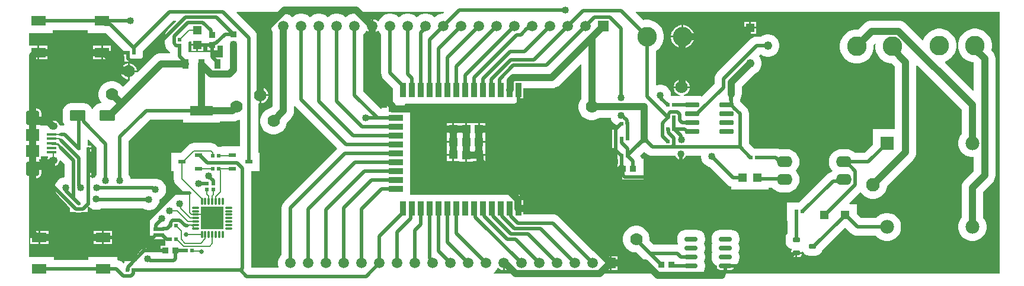
<source format=gtl>
G04*
G04 #@! TF.GenerationSoftware,Altium Limited,Altium Designer,23.9.2 (47)*
G04*
G04 Layer_Physical_Order=1*
G04 Layer_Color=255*
%FSLAX44Y44*%
%MOMM*%
G71*
G04*
G04 #@! TF.SameCoordinates,96740390-7EB4-44B9-9E62-99E587B0A754*
G04*
G04*
G04 #@! TF.FilePolarity,Positive*
G04*
G01*
G75*
%ADD17C,0.2540*%
%ADD20R,0.4800X0.4000*%
%ADD21R,1.2000X1.2000*%
%ADD22R,0.5500X0.6000*%
%ADD23R,0.6000X0.5500*%
%ADD24R,0.9500X0.9500*%
G04:AMPARAMS|DCode=25|XSize=1.01mm|YSize=0.27mm|CornerRadius=0.0675mm|HoleSize=0mm|Usage=FLASHONLY|Rotation=270.000|XOffset=0mm|YOffset=0mm|HoleType=Round|Shape=RoundedRectangle|*
%AMROUNDEDRECTD25*
21,1,1.0100,0.1350,0,0,270.0*
21,1,0.8750,0.2700,0,0,270.0*
1,1,0.1350,-0.0675,-0.4375*
1,1,0.1350,-0.0675,0.4375*
1,1,0.1350,0.0675,0.4375*
1,1,0.1350,0.0675,-0.4375*
%
%ADD25ROUNDEDRECTD25*%
G04:AMPARAMS|DCode=26|XSize=1.01mm|YSize=0.27mm|CornerRadius=0.0675mm|HoleSize=0mm|Usage=FLASHONLY|Rotation=180.000|XOffset=0mm|YOffset=0mm|HoleType=Round|Shape=RoundedRectangle|*
%AMROUNDEDRECTD26*
21,1,1.0100,0.1350,0,0,180.0*
21,1,0.8750,0.2700,0,0,180.0*
1,1,0.1350,-0.4375,0.0675*
1,1,0.1350,0.4375,0.0675*
1,1,0.1350,0.4375,-0.0675*
1,1,0.1350,-0.4375,-0.0675*
%
%ADD26ROUNDEDRECTD26*%
G04:AMPARAMS|DCode=27|XSize=1.97mm|YSize=0.6mm|CornerRadius=0.075mm|HoleSize=0mm|Usage=FLASHONLY|Rotation=0.000|XOffset=0mm|YOffset=0mm|HoleType=Round|Shape=RoundedRectangle|*
%AMROUNDEDRECTD27*
21,1,1.9700,0.4500,0,0,0.0*
21,1,1.8200,0.6000,0,0,0.0*
1,1,0.1500,0.9100,-0.2250*
1,1,0.1500,-0.9100,-0.2250*
1,1,0.1500,-0.9100,0.2250*
1,1,0.1500,0.9100,0.2250*
%
%ADD27ROUNDEDRECTD27*%
%ADD28R,1.3000X1.1500*%
%ADD29R,1.0000X0.6000*%
%ADD30R,1.3500X0.4000*%
G04:AMPARAMS|DCode=31|XSize=2.1mm|YSize=1.9mm|CornerRadius=0.38mm|HoleSize=0mm|Usage=FLASHONLY|Rotation=270.000|XOffset=0mm|YOffset=0mm|HoleType=Round|Shape=RoundedRectangle|*
%AMROUNDEDRECTD31*
21,1,2.1000,1.1400,0,0,270.0*
21,1,1.3400,1.9000,0,0,270.0*
1,1,0.7600,-0.5700,-0.6700*
1,1,0.7600,-0.5700,0.6700*
1,1,0.7600,0.5700,0.6700*
1,1,0.7600,0.5700,-0.6700*
%
%ADD31ROUNDEDRECTD31*%
%ADD32R,1.9000X1.8000*%
G04:AMPARAMS|DCode=33|XSize=1.05mm|YSize=1.25mm|CornerRadius=0.525mm|HoleSize=0mm|Usage=FLASHONLY|Rotation=90.000|XOffset=0mm|YOffset=0mm|HoleType=Round|Shape=RoundedRectangle|*
%AMROUNDEDRECTD33*
21,1,1.0500,0.2000,0,0,90.0*
21,1,0.0000,1.2500,0,0,90.0*
1,1,1.0500,0.1000,0.0000*
1,1,1.0500,0.1000,0.0000*
1,1,1.0500,-0.1000,0.0000*
1,1,1.0500,-0.1000,0.0000*
%
%ADD33ROUNDEDRECTD33*%
%ADD34R,2.1000X1.4000*%
%ADD35R,3.2500X1.3500*%
%ADD36R,0.9000X1.3500*%
%ADD37R,1.3000X1.3000*%
%ADD38R,1.3000X1.3000*%
%ADD39R,0.9000X2.0000*%
%ADD40R,2.0000X0.9000*%
%ADD41R,0.9500X0.9500*%
G04:AMPARAMS|DCode=42|XSize=1.9mm|YSize=0.6mm|CornerRadius=0.15mm|HoleSize=0mm|Usage=FLASHONLY|Rotation=0.000|XOffset=0mm|YOffset=0mm|HoleType=Round|Shape=RoundedRectangle|*
%AMROUNDEDRECTD42*
21,1,1.9000,0.3000,0,0,0.0*
21,1,1.6000,0.6000,0,0,0.0*
1,1,0.3000,0.8000,-0.1500*
1,1,0.3000,-0.8000,-0.1500*
1,1,0.3000,-0.8000,0.1500*
1,1,0.3000,0.8000,0.1500*
%
%ADD42ROUNDEDRECTD42*%
%ADD43O,2.2500X1.6000*%
G04:AMPARAMS|DCode=44|XSize=2.2mm|YSize=1.5mm|CornerRadius=0.1875mm|HoleSize=0mm|Usage=FLASHONLY|Rotation=0.000|XOffset=0mm|YOffset=0mm|HoleType=Round|Shape=RoundedRectangle|*
%AMROUNDEDRECTD44*
21,1,2.2000,1.1250,0,0,0.0*
21,1,1.8250,1.5000,0,0,0.0*
1,1,0.3750,0.9125,-0.5625*
1,1,0.3750,-0.9125,-0.5625*
1,1,0.3750,-0.9125,0.5625*
1,1,0.3750,0.9125,0.5625*
%
%ADD44ROUNDEDRECTD44*%
G04:AMPARAMS|DCode=45|XSize=0.6mm|YSize=1mm|CornerRadius=0.075mm|HoleSize=0mm|Usage=FLASHONLY|Rotation=270.000|XOffset=0mm|YOffset=0mm|HoleType=Round|Shape=RoundedRectangle|*
%AMROUNDEDRECTD45*
21,1,0.6000,0.8500,0,0,270.0*
21,1,0.4500,1.0000,0,0,270.0*
1,1,0.1500,-0.4250,-0.2250*
1,1,0.1500,-0.4250,0.2250*
1,1,0.1500,0.4250,0.2250*
1,1,0.1500,0.4250,-0.2250*
%
%ADD45ROUNDEDRECTD45*%
%ADD46R,1.2000X1.2000*%
%ADD83R,3.2500X3.2500*%
%ADD84C,0.2032*%
%ADD85C,0.5080*%
%ADD86C,1.0160*%
%ADD87C,1.5000*%
%ADD88R,1.5000X1.5000*%
%ADD89C,2.7940*%
%ADD90R,1.2220X1.2220*%
%ADD91C,1.2220*%
%ADD92R,1.9800X1.9800*%
%ADD93C,1.9350*%
%ADD94C,1.9800*%
%ADD95C,1.0160*%
%ADD96C,1.7780*%
%ADD97C,0.6350*%
G36*
X603548Y384173D02*
X602160Y382785D01*
X600876D01*
X597464Y382106D01*
X594250Y380775D01*
X591357Y378842D01*
X589915Y377400D01*
X588473Y378842D01*
X585580Y380775D01*
X582366Y382106D01*
X578954Y382785D01*
X575476D01*
X572064Y382106D01*
X568850Y380775D01*
X565957Y378842D01*
X564515Y377400D01*
X563073Y378842D01*
X560180Y380775D01*
X556966Y382106D01*
X553554Y382785D01*
X550076D01*
X546664Y382106D01*
X543450Y380775D01*
X540557Y378842D01*
X539115Y377400D01*
X537673Y378842D01*
X534780Y380775D01*
X531566Y382106D01*
X528154Y382785D01*
X524676D01*
X521264Y382106D01*
X518050Y380775D01*
X515157Y378842D01*
X512698Y376383D01*
X510765Y373490D01*
X510086Y371852D01*
X508646Y371693D01*
X507180Y373159D01*
X504890Y374481D01*
X502337Y375165D01*
X502285D01*
Y365125D01*
Y355085D01*
X502337D01*
X504890Y355769D01*
X507180Y357091D01*
X508646Y358557D01*
X510086Y358398D01*
X510765Y356760D01*
X512698Y353867D01*
X513605Y352960D01*
Y298027D01*
X514042Y294711D01*
X515322Y291622D01*
X517357Y288969D01*
X530254Y276072D01*
Y253868D01*
X529253Y253218D01*
X522374D01*
Y248138D01*
X514754D01*
Y246346D01*
X513484Y246312D01*
X488425Y271371D01*
Y352960D01*
X489332Y353867D01*
X491265Y356760D01*
X491944Y358398D01*
X493384Y358557D01*
X494850Y357091D01*
X497140Y355769D01*
X499693Y355085D01*
X499745D01*
Y365125D01*
Y375165D01*
X499693D01*
X497140Y374481D01*
X494850Y373159D01*
X493384Y371693D01*
X491944Y371852D01*
X491265Y373490D01*
X489332Y376383D01*
X486873Y378842D01*
X483980Y380775D01*
X480766Y382106D01*
X477354Y382785D01*
X473876D01*
X470464Y382106D01*
X467250Y380775D01*
X464357Y378842D01*
X462915Y377400D01*
X461473Y378842D01*
X458580Y380775D01*
X455366Y382106D01*
X451954Y382785D01*
X448476D01*
X445064Y382106D01*
X441850Y380775D01*
X438957Y378842D01*
X437515Y377400D01*
X436073Y378842D01*
X433180Y380775D01*
X429966Y382106D01*
X426554Y382785D01*
X423076D01*
X419664Y382106D01*
X416450Y380775D01*
X413557Y378842D01*
X412115Y377400D01*
X410673Y378842D01*
X407780Y380775D01*
X404566Y382106D01*
X401154Y382785D01*
X397676D01*
X394264Y382106D01*
X391050Y380775D01*
X388157Y378842D01*
X386715Y377400D01*
X385273Y378842D01*
X382380Y380775D01*
X379166Y382106D01*
X375754Y382785D01*
X372276D01*
X368864Y382106D01*
X365650Y380775D01*
X362757Y378842D01*
X360298Y376383D01*
X358365Y373490D01*
X357034Y370276D01*
X356355Y366864D01*
Y363386D01*
X357034Y359974D01*
X358365Y356760D01*
X358701Y356256D01*
Y250236D01*
X356399Y247933D01*
X354488Y247553D01*
X351021Y246117D01*
X347901Y244032D01*
X345248Y241379D01*
X343163Y238259D01*
X341727Y234792D01*
X340995Y231111D01*
Y227359D01*
X341727Y223678D01*
X343163Y220211D01*
X345248Y217091D01*
X347901Y214438D01*
X351021Y212353D01*
X354488Y210917D01*
X358169Y210185D01*
X361921D01*
X365602Y210917D01*
X369069Y212353D01*
X372189Y214438D01*
X374842Y217091D01*
X376927Y220211D01*
X378363Y223678D01*
X379084Y227305D01*
X384843Y233064D01*
X384843Y233064D01*
X386748Y235385D01*
X388163Y238032D01*
X389035Y240905D01*
X389329Y243892D01*
Y250074D01*
X390599Y250416D01*
X451149Y189865D01*
X375117Y113833D01*
X373082Y111180D01*
X371802Y108090D01*
X371365Y104775D01*
Y38200D01*
X370458Y37293D01*
X368525Y34400D01*
X367194Y31186D01*
X366515Y27774D01*
Y24296D01*
X367158Y21065D01*
X366878Y20357D01*
X366502Y19795D01*
X328405D01*
Y157655D01*
X340215D01*
Y183975D01*
X337865D01*
Y254028D01*
X338872Y254801D01*
X339490Y254635D01*
X339725D01*
Y266065D01*
Y277495D01*
X339490D01*
X338872Y277329D01*
X337865Y278102D01*
Y347849D01*
X337428Y351165D01*
X336148Y354254D01*
X334113Y356907D01*
X306847Y384173D01*
X307333Y385346D01*
X603061D01*
X603548Y384173D01*
D02*
G37*
G36*
X1397536Y342265D02*
Y76835D01*
Y10894D01*
X1006513D01*
X1006413Y10757D01*
X1006139Y10334D01*
X1005897Y9899D01*
X1005686Y9452D01*
X1005506Y8994D01*
X1005358Y8524D01*
X1005241Y8043D01*
X1005156Y7550D01*
X1001812Y10894D01*
X972842D01*
X972433Y12096D01*
X972841Y12409D01*
X974710Y14845D01*
X975885Y17681D01*
X976286Y20725D01*
Y23725D01*
X975885Y26769D01*
X975137Y28575D01*
X975885Y30381D01*
X976286Y33425D01*
Y36425D01*
X975885Y39469D01*
X975137Y41275D01*
X975885Y43081D01*
X976286Y46125D01*
Y49125D01*
X975885Y52169D01*
X975137Y53975D01*
X975885Y55781D01*
X976286Y58825D01*
Y61825D01*
X975885Y64869D01*
X974710Y67705D01*
X972841Y70141D01*
X970405Y72010D01*
X967569Y73185D01*
X964525Y73586D01*
X948525D01*
X945481Y73185D01*
X942645Y72010D01*
X940209Y70141D01*
X938340Y67705D01*
X937165Y64869D01*
X936764Y61825D01*
Y58825D01*
X937165Y55781D01*
X937913Y53975D01*
X937391Y52714D01*
X936625Y52815D01*
X902931D01*
X897255Y58491D01*
Y62201D01*
X896523Y65882D01*
X895087Y69349D01*
X893002Y72469D01*
X890349Y75122D01*
X887229Y77207D01*
X883762Y78643D01*
X880081Y79375D01*
X876329D01*
X872648Y78643D01*
X869181Y77207D01*
X866061Y75122D01*
X863408Y72469D01*
X861323Y69349D01*
X859887Y65882D01*
X859155Y62201D01*
Y58449D01*
X859887Y54768D01*
X861323Y51301D01*
X863408Y48181D01*
X866061Y45528D01*
X869181Y43443D01*
X872648Y42007D01*
X876329Y41275D01*
X878240D01*
X888567Y30947D01*
X899225Y20289D01*
Y10894D01*
X827289D01*
X826920Y12109D01*
X827233Y12318D01*
X829692Y14777D01*
X830213Y15556D01*
X831335Y15995D01*
Y15995D01*
X831335Y15995D01*
X840105D01*
Y26035D01*
Y36075D01*
X831335D01*
X831335Y36075D01*
Y36075D01*
X830220Y36503D01*
X829692Y37293D01*
X827233Y39752D01*
X824340Y41685D01*
X821126Y43016D01*
X817714Y43695D01*
X816431D01*
X767700Y92426D01*
X765047Y94462D01*
X761957Y95741D01*
X758642Y96178D01*
X717054D01*
Y116568D01*
X711974D01*
Y124188D01*
X555074D01*
Y129918D01*
Y142618D01*
Y155318D01*
Y168018D01*
Y180718D01*
Y193418D01*
Y206118D01*
Y218818D01*
Y248138D01*
X547454D01*
Y253218D01*
X548455Y253868D01*
X711974D01*
Y261488D01*
X717054D01*
Y276334D01*
X757738D01*
X760725Y276628D01*
X763598Y277500D01*
X766245Y278915D01*
X768566Y280819D01*
X798218Y310471D01*
X799391Y309985D01*
Y260926D01*
X797823Y258579D01*
X796387Y255112D01*
X795655Y251431D01*
Y247679D01*
X796387Y243998D01*
X797823Y240531D01*
X799908Y237411D01*
X802561Y234758D01*
X805681Y232673D01*
X809148Y231237D01*
X812829Y230505D01*
X816581D01*
X820262Y231237D01*
X823729Y232673D01*
X826076Y234241D01*
X841596D01*
X841961Y232410D01*
X843110Y229636D01*
X844777Y227140D01*
X846900Y225017D01*
X849396Y223349D01*
X851465Y222493D01*
Y220135D01*
X852345D01*
Y216745D01*
X843845D01*
Y190925D01*
X846965D01*
X848367Y189097D01*
X851277Y186187D01*
X851465Y184995D01*
X851465D01*
Y174415D01*
X852345D01*
Y167945D01*
X851465D01*
Y153365D01*
X858345D01*
Y145745D01*
X888165D01*
Y175565D01*
X885610D01*
X884348Y178610D01*
X883557Y179641D01*
X888744Y184828D01*
X890533Y184822D01*
X892217Y183137D01*
X894870Y181102D01*
X897960Y179822D01*
X901275Y179385D01*
X934526D01*
X934604Y179094D01*
X935608Y177356D01*
X937026Y175938D01*
X938764Y174934D01*
X940702Y174415D01*
X942708D01*
X944646Y174934D01*
X946384Y175938D01*
X947803Y177356D01*
X948806Y179094D01*
X948884Y179385D01*
X970915D01*
Y176934D01*
X971501Y173990D01*
X972650Y171216D01*
X974317Y168720D01*
X976440Y166597D01*
X978936Y164930D01*
X981710Y163781D01*
X982938Y163536D01*
X1007577Y138897D01*
X1010230Y136862D01*
X1013320Y135582D01*
X1014191Y135467D01*
Y131795D01*
X1067511D01*
Y133875D01*
X1072433D01*
X1073552Y132512D01*
X1076317Y130243D01*
X1079472Y128556D01*
X1082895Y127518D01*
X1086455Y127167D01*
X1092955D01*
X1096515Y127518D01*
X1099938Y128556D01*
X1103093Y130243D01*
X1105858Y132512D01*
X1108128Y135277D01*
X1109814Y138432D01*
X1110852Y141855D01*
X1111203Y145415D01*
X1110852Y148975D01*
X1109814Y152398D01*
X1108128Y155553D01*
X1106025Y158115D01*
X1108128Y160677D01*
X1109814Y163832D01*
X1110852Y167255D01*
X1111203Y170815D01*
X1110852Y174375D01*
X1109814Y177798D01*
X1108128Y180953D01*
X1105858Y183718D01*
X1103093Y185987D01*
X1099938Y187674D01*
X1096515Y188712D01*
X1092955Y189063D01*
X1086455D01*
X1082895Y188712D01*
X1082644Y188636D01*
X1080465Y189538D01*
X1077150Y189975D01*
X1063255D01*
Y190075D01*
X1046551D01*
X1039125Y197501D01*
Y239720D01*
X1038688Y243035D01*
X1037408Y246125D01*
X1035373Y248778D01*
X1027441Y256710D01*
X1027248Y256858D01*
X1026676Y257429D01*
X1026501Y257852D01*
X1026545Y259113D01*
X1026614Y259833D01*
X1027753Y261965D01*
X1028624Y264837D01*
X1028919Y267825D01*
Y278282D01*
X1047673Y297036D01*
X1048472Y297367D01*
X1051136Y299147D01*
X1053403Y301413D01*
X1055183Y304078D01*
X1056410Y307039D01*
X1057035Y310182D01*
Y313388D01*
X1056410Y316531D01*
X1055183Y319492D01*
X1053412Y322142D01*
X1055646Y324375D01*
X1056051D01*
X1058458Y322767D01*
X1061419Y321540D01*
X1064563Y320915D01*
X1067767D01*
X1070911Y321540D01*
X1073872Y322767D01*
X1076536Y324547D01*
X1078803Y326814D01*
X1080583Y329478D01*
X1081810Y332439D01*
X1082435Y335583D01*
Y338787D01*
X1081810Y341931D01*
X1080583Y344892D01*
X1078803Y347556D01*
X1076536Y349823D01*
X1073872Y351603D01*
X1070911Y352830D01*
X1067767Y353455D01*
X1064563D01*
X1061419Y352830D01*
X1058458Y351603D01*
X1056051Y349995D01*
X1050340D01*
X1050340Y349995D01*
X1047025Y349558D01*
X1043935Y348278D01*
X1041282Y346243D01*
X993499Y298459D01*
X991463Y295806D01*
X990183Y292717D01*
X989747Y289401D01*
Y282717D01*
X971298Y264268D01*
X969593Y264974D01*
X966745Y265349D01*
X948545D01*
X946390Y265065D01*
X946083Y265051D01*
X945980Y265152D01*
X946355Y266567D01*
X947387Y266844D01*
X949993Y268349D01*
X952121Y270477D01*
X953626Y273083D01*
X954405Y275990D01*
Y276225D01*
X931545D01*
Y275990D01*
X932324Y273083D01*
X933829Y270477D01*
X935957Y268349D01*
X938563Y266844D01*
X940686Y266275D01*
X940519Y265005D01*
X928440D01*
X927735Y265711D01*
Y267566D01*
X927149Y270510D01*
X926001Y273284D01*
X924333Y275780D01*
X922210Y277903D01*
X919714Y279571D01*
X916940Y280719D01*
X913996Y281305D01*
X910994D01*
X908050Y280719D01*
X907311Y280413D01*
X906255Y281119D01*
Y329423D01*
X908827Y331142D01*
X912188Y334503D01*
X914829Y338455D01*
X916648Y342846D01*
X917575Y347508D01*
Y352262D01*
X916648Y356923D01*
X914829Y361315D01*
X912188Y365267D01*
X908827Y368628D01*
X904875Y371269D01*
X900483Y373088D01*
X895822Y374015D01*
X891068D01*
X888034Y373411D01*
X877272Y384173D01*
X877758Y385346D01*
X1397536D01*
Y342265D01*
D02*
G37*
G36*
X242285Y339471D02*
X250825D01*
Y338201D01*
X252095D01*
Y329661D01*
X259365D01*
Y337515D01*
X265125D01*
Y330635D01*
X279705D01*
Y337515D01*
X287325D01*
X287581Y336351D01*
Y321362D01*
X287115Y320285D01*
X273035D01*
Y320285D01*
X271835Y320454D01*
Y327905D01*
X238335D01*
Y332085D01*
Y342463D01*
X238913Y343041D01*
X242285D01*
Y339471D01*
D02*
G37*
G36*
X220668Y371538D02*
X208537Y359407D01*
X206502Y356754D01*
X205222Y353665D01*
X204785Y350349D01*
Y340141D01*
X205222Y336825D01*
X206502Y333736D01*
X208537Y331083D01*
X211513Y328107D01*
X212202Y327579D01*
X211824Y326309D01*
X199605D01*
X196617Y326015D01*
X193745Y325143D01*
X191097Y323728D01*
X188776Y321824D01*
X165687Y298734D01*
X164939Y299085D01*
X154305D01*
Y288451D01*
X154656Y287703D01*
X145503Y278550D01*
X144239Y278675D01*
X143702Y279479D01*
X141049Y282132D01*
X137929Y284217D01*
X134462Y285653D01*
X130781Y286385D01*
X127029D01*
X123348Y285653D01*
X119881Y284217D01*
X116761Y282132D01*
X114108Y279479D01*
X112023Y276359D01*
X110587Y272892D01*
X109855Y269211D01*
Y265459D01*
X110587Y261778D01*
X112023Y258311D01*
X113642Y255889D01*
X112963Y254619D01*
X112840D01*
X109698Y254205D01*
X106771Y252992D01*
X104256Y251063D01*
X102327Y248549D01*
X101652Y246920D01*
X100278D01*
X99602Y248549D01*
X97674Y251063D01*
X95159Y252992D01*
X92232Y254205D01*
X89090Y254619D01*
X70840D01*
X67698Y254205D01*
X64771Y252992D01*
X62256Y251063D01*
X60327Y248549D01*
X59115Y245622D01*
X58701Y242480D01*
Y231230D01*
X59115Y228088D01*
X60327Y225161D01*
X61015Y224265D01*
X60389Y222995D01*
X56515D01*
X55361Y222843D01*
X53966Y223824D01*
X53965Y223839D01*
X53179Y225734D01*
X51931Y227361D01*
X50304Y228610D01*
X48409Y229394D01*
X46375Y229662D01*
X44375D01*
X42341Y229394D01*
X40446Y228610D01*
X38819Y227361D01*
X37571Y225734D01*
X36786Y223839D01*
X36638Y222715D01*
X27627D01*
X26948Y223985D01*
X27547Y224881D01*
X28039Y227355D01*
Y232785D01*
X15875D01*
Y234055D01*
X14605D01*
Y247219D01*
X10894D01*
Y317845D01*
X22445D01*
Y327385D01*
Y336925D01*
X10894D01*
Y355225D01*
X44375D01*
Y359575D01*
X94055D01*
Y355225D01*
X118343D01*
X119175Y355115D01*
X120869D01*
X146225Y329759D01*
Y321735D01*
X147105D01*
Y314115D01*
X173425D01*
Y329300D01*
X216837Y372711D01*
X220182D01*
X220668Y371538D01*
D02*
G37*
G36*
X1016999Y263935D02*
X1016820Y263458D01*
X1016662Y262805D01*
X1016525Y261973D01*
X1016314Y259779D01*
X1016155Y255160D01*
X1016145Y253266D01*
X1011065D01*
X1011055Y255160D01*
X1010548Y262805D01*
X1010390Y263458D01*
X1010211Y263935D01*
X1010011Y264235D01*
X1017199D01*
X1016999Y263935D01*
D02*
G37*
G36*
X54720Y208388D02*
X54523Y208536D01*
X54245Y208669D01*
X53886Y208786D01*
X53447Y208888D01*
X52926Y208974D01*
X51641Y209099D01*
X50033Y209161D01*
X49107Y209169D01*
Y211201D01*
X50033Y211209D01*
X52926Y211396D01*
X53447Y211482D01*
X53886Y211584D01*
X54245Y211701D01*
X54523Y211834D01*
X54720Y211982D01*
Y208388D01*
D02*
G37*
G36*
X54629Y204632D02*
X54803Y204501D01*
X54995Y204380D01*
X55207Y204269D01*
X55437Y204168D01*
X55686Y204077D01*
X55953Y203995D01*
X56544Y203862D01*
X56868Y203810D01*
X54000Y200942D01*
X53948Y201266D01*
X53815Y201857D01*
X53733Y202124D01*
X53642Y202373D01*
X53541Y202603D01*
X53430Y202815D01*
X53309Y203007D01*
X53177Y203181D01*
X53037Y203337D01*
X54473Y204773D01*
X54629Y204632D01*
D02*
G37*
G36*
X894785Y203485D02*
X894996Y203021D01*
X895346Y202446D01*
X895837Y201762D01*
X897240Y200061D01*
X900394Y196683D01*
X901726Y195336D01*
X898134Y191744D01*
X896787Y193076D01*
X891024Y198124D01*
X890449Y198474D01*
X889985Y198685D01*
X889635Y198754D01*
X889285Y198685D01*
X888821Y198474D01*
X888246Y198124D01*
X887562Y197633D01*
X885861Y196231D01*
X882483Y193076D01*
X881136Y191744D01*
X877544Y195336D01*
X878876Y196683D01*
X883924Y202446D01*
X884274Y203021D01*
X884485Y203485D01*
X884555Y203838D01*
X889635Y198758D01*
X894715Y203838D01*
X894785Y203485D01*
D02*
G37*
G36*
X230765Y227085D02*
X283585D01*
Y228681D01*
X301145D01*
X304133Y228976D01*
X307005Y229847D01*
X308236Y230505D01*
X308581D01*
X311264Y231039D01*
X312245Y230233D01*
Y193475D01*
X285895D01*
Y192615D01*
X280527D01*
X278300Y194842D01*
X275965Y196633D01*
X273246Y197759D01*
X270329Y198143D01*
X246192D01*
X243274Y197759D01*
X240556Y196633D01*
X238221Y194842D01*
X227354Y183975D01*
X213505D01*
Y157655D01*
X217393D01*
Y146555D01*
X217777Y143638D01*
X218903Y140919D01*
X220694Y138584D01*
X234080Y125198D01*
X233270Y124212D01*
X232644Y124630D01*
X229870Y125779D01*
X226926Y126365D01*
X223924D01*
X220980Y125779D01*
X218206Y124630D01*
X215710Y122963D01*
X213587Y120840D01*
X211919Y118344D01*
X211033Y116205D01*
X209954D01*
X207010Y115619D01*
X204236Y114471D01*
X201740Y112803D01*
X199617Y110680D01*
X197950Y108184D01*
X196801Y105410D01*
X196598Y104392D01*
X195580Y104189D01*
X192806Y103041D01*
X190310Y101373D01*
X188187Y99250D01*
X186520Y96754D01*
X185371Y93980D01*
X184982Y92028D01*
X182287Y89333D01*
X181184Y87895D01*
X178225D01*
Y61575D01*
X185845D01*
Y60695D01*
X205618D01*
X206299Y59425D01*
X205833Y58725D01*
X205065D01*
Y51105D01*
X198185D01*
Y42284D01*
X191358D01*
X189420Y44223D01*
X186924Y45890D01*
X184150Y47039D01*
X181206Y47625D01*
X178204D01*
X175260Y47039D01*
X172486Y45890D01*
X169990Y44223D01*
X167867Y42100D01*
X166199Y39604D01*
X165051Y36830D01*
X164465Y33886D01*
Y30884D01*
X164687Y29767D01*
X163882Y28785D01*
X146665D01*
Y26362D01*
X145492Y25876D01*
X144445Y26923D01*
X141792Y28958D01*
X138702Y30238D01*
X136865Y30480D01*
Y35025D01*
X95545D01*
Y30675D01*
X45865D01*
Y35025D01*
X10894D01*
Y147891D01*
X14605D01*
Y161055D01*
X15875D01*
Y162325D01*
X28039D01*
Y167755D01*
X27547Y170229D01*
X26146Y172326D01*
X24770Y173245D01*
X25156Y174515D01*
X27915D01*
Y178895D01*
X37245D01*
X37871Y177625D01*
X37571Y177234D01*
X36786Y175339D01*
X36685Y174575D01*
X45375D01*
Y173305D01*
X46645D01*
Y165483D01*
X48409Y165716D01*
X50304Y166500D01*
X51931Y167749D01*
X53179Y169376D01*
X53965Y171271D01*
X54184Y172938D01*
X55386Y173532D01*
X61235Y167683D01*
Y149199D01*
X58420Y148639D01*
X55646Y147491D01*
X53150Y145823D01*
X51027Y143700D01*
X49359Y141204D01*
X48211Y138430D01*
X47625Y135486D01*
Y132484D01*
X48211Y129540D01*
X49359Y126766D01*
X51027Y124270D01*
X51768Y123530D01*
X51772Y123520D01*
X53807Y120867D01*
X64987Y109687D01*
X69105Y105569D01*
Y98965D01*
X77835D01*
X78350Y98752D01*
X81665Y98315D01*
X84980Y98752D01*
X85495Y98965D01*
X94225D01*
Y106585D01*
X95868D01*
X96816Y105637D01*
X99312Y103969D01*
X102085Y102821D01*
X105030Y102235D01*
X108032D01*
X110976Y102821D01*
X113749Y103969D01*
X114715Y104614D01*
X173612D01*
X174729Y103868D01*
X177503Y102719D01*
X180447Y102133D01*
X183449D01*
X186394Y102719D01*
X189167Y103868D01*
X191663Y105536D01*
X193786Y107658D01*
X195454Y110154D01*
X196603Y112928D01*
X197188Y115872D01*
Y117457D01*
X198354Y117940D01*
X200850Y119607D01*
X202973Y121730D01*
X204641Y124226D01*
X205789Y127000D01*
X206375Y129944D01*
Y132946D01*
X205789Y135890D01*
X204641Y138664D01*
X202973Y141160D01*
X200850Y143283D01*
X198354Y144951D01*
X195580Y146099D01*
X192636Y146685D01*
X189634D01*
X189004Y146560D01*
X187220Y146795D01*
X155346D01*
X154989Y148590D01*
X153841Y151364D01*
X153145Y152405D01*
Y201069D01*
X183261Y231185D01*
X230765D01*
Y227085D01*
D02*
G37*
G36*
X107205Y191499D02*
Y152405D01*
X106510Y151364D01*
X105606Y149184D01*
X102870Y148639D01*
X101075Y147896D01*
X99805Y148745D01*
Y149225D01*
X94865D01*
Y151765D01*
X99805D01*
Y155035D01*
X94475D01*
Y176145D01*
X94225Y178041D01*
Y185325D01*
X99805D01*
Y188595D01*
X94865D01*
Y191135D01*
X99805D01*
Y194405D01*
X94475D01*
Y202571D01*
X95648Y203057D01*
X107205Y191499D01*
D02*
G37*
G36*
X690245Y15995D02*
X690297D01*
X692850Y16679D01*
X695140Y18001D01*
X696606Y19467D01*
X698046Y19308D01*
X698725Y17670D01*
X700658Y14777D01*
X703117Y12318D01*
X703430Y12109D01*
X703061Y10894D01*
X674889D01*
X674520Y12109D01*
X674833Y12318D01*
X677292Y14777D01*
X679225Y17670D01*
X679904Y19308D01*
X681344Y19467D01*
X682810Y18001D01*
X685100Y16679D01*
X687653Y15995D01*
X687705D01*
Y26035D01*
X690245D01*
Y15995D01*
D02*
G37*
%LPC*%
G36*
X342500Y277495D02*
X342265D01*
Y267335D01*
X352425D01*
Y267570D01*
X351646Y270477D01*
X350141Y273083D01*
X348013Y275211D01*
X345407Y276716D01*
X342500Y277495D01*
D02*
G37*
G36*
X352425Y264795D02*
X342265D01*
Y254635D01*
X342500D01*
X345407Y255414D01*
X348013Y256919D01*
X350141Y259047D01*
X351646Y261653D01*
X352425Y264560D01*
Y264795D01*
D02*
G37*
G36*
X1049415Y371235D02*
X1042035D01*
Y363855D01*
X1049415D01*
Y371235D01*
D02*
G37*
G36*
X1039495D02*
X1032115D01*
Y363855D01*
X1039495D01*
Y371235D01*
D02*
G37*
G36*
X1214755Y372819D02*
X1211767Y372524D01*
X1208895Y371653D01*
X1206247Y370238D01*
X1203926Y368334D01*
X1203926Y368333D01*
X1195622Y360029D01*
X1195542Y360045D01*
X1190788D01*
X1186126Y359118D01*
X1181735Y357299D01*
X1177783Y354658D01*
X1174422Y351297D01*
X1171781Y347345D01*
X1169962Y342953D01*
X1169035Y338292D01*
Y333538D01*
X1169962Y328876D01*
X1171781Y324485D01*
X1174422Y320533D01*
X1177783Y317172D01*
X1181735Y314531D01*
X1186126Y312712D01*
X1190788Y311785D01*
X1195542D01*
X1200203Y312712D01*
X1204595Y314531D01*
X1208547Y317172D01*
X1211908Y320533D01*
X1214549Y324485D01*
X1216368Y328876D01*
X1217295Y333538D01*
Y338292D01*
X1217279Y338372D01*
X1218943Y340036D01*
X1220063Y339437D01*
X1219835Y338292D01*
Y333538D01*
X1220762Y328876D01*
X1222581Y324485D01*
X1225222Y320533D01*
X1228583Y317172D01*
X1232535Y314531D01*
X1236926Y312712D01*
X1241588Y311785D01*
X1243229D01*
X1247701Y307313D01*
Y217855D01*
X1216245D01*
Y195851D01*
X1204019Y183625D01*
X1190935D01*
X1190858Y183718D01*
X1188093Y185987D01*
X1184938Y187674D01*
X1181515Y188712D01*
X1177955Y189063D01*
X1171455D01*
X1167895Y188712D01*
X1164472Y187674D01*
X1161317Y185987D01*
X1158552Y183718D01*
X1156282Y180953D01*
X1154596Y177798D01*
X1153558Y174375D01*
X1153207Y170815D01*
X1153558Y167255D01*
X1154596Y163832D01*
X1156282Y160677D01*
X1158385Y158115D01*
X1156467Y155777D01*
X1155870Y155699D01*
X1152781Y154419D01*
X1150128Y152383D01*
X1110350Y112605D01*
X1093645D01*
Y86785D01*
X1093960D01*
Y68727D01*
X1092955Y67417D01*
X1091856Y64763D01*
X1091481Y61915D01*
Y57415D01*
X1091856Y54567D01*
X1092955Y51913D01*
X1094704Y49634D01*
X1096983Y47885D01*
X1099637Y46786D01*
X1099999Y46738D01*
X1100307Y45417D01*
X1100113Y45287D01*
X1099386Y44199D01*
X1099130Y42915D01*
Y41935D01*
X1106735D01*
X1114340D01*
Y42915D01*
X1114309Y43069D01*
X1115530Y43439D01*
X1115955Y42413D01*
X1117704Y40134D01*
X1119983Y38385D01*
X1122637Y37286D01*
X1125485Y36911D01*
X1133985D01*
X1136833Y37286D01*
X1139487Y38385D01*
X1141766Y40134D01*
X1143515Y42413D01*
X1144516Y44831D01*
X1176795Y77109D01*
X1185167Y68737D01*
X1187820Y66702D01*
X1190910Y65422D01*
X1194225Y64985D01*
X1220745D01*
X1223518Y62213D01*
X1226803Y60018D01*
X1230454Y58506D01*
X1234329Y57735D01*
X1238281D01*
X1242156Y58506D01*
X1245807Y60018D01*
X1249092Y62213D01*
X1251887Y65008D01*
X1254082Y68293D01*
X1255594Y71944D01*
X1256365Y75819D01*
Y79771D01*
X1255594Y83646D01*
X1254082Y87297D01*
X1251887Y90583D01*
X1249092Y93377D01*
X1245807Y95572D01*
X1242156Y97084D01*
X1238281Y97855D01*
X1234329D01*
X1230454Y97084D01*
X1226803Y95572D01*
X1223518Y93377D01*
X1220745Y90605D01*
X1199531D01*
X1193315Y96820D01*
Y110525D01*
X1183090D01*
X1182604Y111698D01*
X1198251Y127346D01*
X1199515Y127221D01*
X1200898Y125151D01*
X1203661Y122388D01*
X1206910Y120218D01*
X1210519Y118722D01*
X1214351Y117960D01*
X1218259D01*
X1222091Y118722D01*
X1225700Y120218D01*
X1228949Y122388D01*
X1231712Y125151D01*
X1233883Y128400D01*
X1235378Y132009D01*
X1236140Y135841D01*
Y135973D01*
X1273844Y173676D01*
X1275748Y175997D01*
X1277163Y178645D01*
X1278035Y181517D01*
X1278329Y184505D01*
Y308768D01*
X1279502Y309254D01*
X1342991Y245765D01*
Y210850D01*
X1342723Y210583D01*
X1340528Y207297D01*
X1339016Y203646D01*
X1338245Y199771D01*
Y195819D01*
X1339016Y191944D01*
X1340528Y188293D01*
X1342723Y185007D01*
X1345517Y182213D01*
X1348803Y180018D01*
X1352454Y178506D01*
X1356329Y177735D01*
X1360281D01*
X1360511Y177546D01*
Y157831D01*
X1347477Y144796D01*
X1345572Y142476D01*
X1344157Y139828D01*
X1343286Y136955D01*
X1342991Y133968D01*
Y90850D01*
X1342723Y90583D01*
X1340528Y87297D01*
X1339016Y83646D01*
X1338245Y79771D01*
Y75819D01*
X1339016Y71944D01*
X1340528Y68293D01*
X1342723Y65008D01*
X1345517Y62213D01*
X1348803Y60018D01*
X1352454Y58506D01*
X1356329Y57735D01*
X1360281D01*
X1364156Y58506D01*
X1367807Y60018D01*
X1371093Y62213D01*
X1373887Y65008D01*
X1376082Y68293D01*
X1377594Y71944D01*
X1378365Y75819D01*
Y79771D01*
X1377594Y83646D01*
X1376082Y87297D01*
X1373887Y90583D01*
X1373619Y90850D01*
Y127625D01*
X1386653Y140659D01*
X1388558Y142980D01*
X1389973Y145627D01*
X1390845Y148500D01*
X1391139Y151488D01*
X1391139Y151488D01*
Y318624D01*
X1390845Y321611D01*
X1389973Y324484D01*
X1388558Y327132D01*
X1386653Y329452D01*
X1385391Y330715D01*
X1386205Y334808D01*
Y339562D01*
X1385278Y344224D01*
X1383459Y348615D01*
X1380818Y352567D01*
X1377457Y355928D01*
X1373505Y358569D01*
X1369113Y360388D01*
X1364452Y361315D01*
X1359698D01*
X1355036Y360388D01*
X1350645Y358569D01*
X1346693Y355928D01*
X1343332Y352567D01*
X1340691Y348615D01*
X1338872Y344224D01*
X1337945Y339562D01*
Y334808D01*
X1338872Y330146D01*
X1340691Y325755D01*
X1343332Y321803D01*
X1346693Y318442D01*
X1350645Y315801D01*
X1355036Y313982D01*
X1359698Y313055D01*
X1359737D01*
X1360511Y312281D01*
Y273218D01*
X1359338Y272732D01*
X1319126Y312944D01*
X1319424Y314442D01*
X1322705Y315801D01*
X1326657Y318442D01*
X1330018Y321803D01*
X1332659Y325755D01*
X1334478Y330146D01*
X1335405Y334808D01*
Y339562D01*
X1334478Y344224D01*
X1332659Y348615D01*
X1330018Y352567D01*
X1326657Y355928D01*
X1322705Y358569D01*
X1318313Y360388D01*
X1313652Y361315D01*
X1308898D01*
X1304236Y360388D01*
X1299845Y358569D01*
X1295893Y355928D01*
X1292532Y352567D01*
X1289891Y348615D01*
X1288532Y345334D01*
X1287034Y345036D01*
X1263736Y368334D01*
X1261416Y370238D01*
X1258768Y371653D01*
X1255895Y372524D01*
X1252908Y372819D01*
X1214755D01*
X1214755Y372819D01*
D02*
G37*
G36*
X1049415Y361315D02*
X1042035D01*
Y353935D01*
X1049415D01*
Y361315D01*
D02*
G37*
G36*
X1039495D02*
X1032115D01*
Y353935D01*
X1039495D01*
Y361315D01*
D02*
G37*
G36*
X945871Y366395D02*
X945515D01*
Y351155D01*
X960755D01*
Y351511D01*
X960120Y354701D01*
X958876Y357705D01*
X957069Y360410D01*
X954770Y362709D01*
X952065Y364516D01*
X949061Y365760D01*
X945871Y366395D01*
D02*
G37*
G36*
X942975D02*
X942619D01*
X939429Y365760D01*
X936425Y364516D01*
X933720Y362709D01*
X931421Y360410D01*
X929614Y357705D01*
X928370Y354701D01*
X927735Y351511D01*
Y351155D01*
X942975D01*
Y366395D01*
D02*
G37*
G36*
X960755Y348615D02*
X945515D01*
Y333375D01*
X945871D01*
X949061Y334010D01*
X952065Y335254D01*
X954770Y337061D01*
X957069Y339361D01*
X958876Y342065D01*
X960120Y345069D01*
X960755Y348259D01*
Y348615D01*
D02*
G37*
G36*
X942975D02*
X927735D01*
Y348259D01*
X928370Y345069D01*
X929614Y342065D01*
X931421Y339361D01*
X933720Y337061D01*
X936425Y335254D01*
X939429Y334010D01*
X942619Y333375D01*
X942975D01*
Y348615D01*
D02*
G37*
G36*
X944480Y288925D02*
X944245D01*
Y278765D01*
X954405D01*
Y279000D01*
X953626Y281907D01*
X952121Y284513D01*
X949993Y286641D01*
X947387Y288146D01*
X944480Y288925D01*
D02*
G37*
G36*
X941705D02*
X941470D01*
X938563Y288146D01*
X935957Y286641D01*
X933829Y284513D01*
X932324Y281907D01*
X931545Y279000D01*
Y278765D01*
X941705D01*
Y288925D01*
D02*
G37*
G36*
X644324Y226418D02*
X643054Y226418D01*
X636284D01*
Y217378D01*
X633744D01*
Y226418D01*
X626974D01*
X625974Y226418D01*
X624704Y226418D01*
X617934D01*
Y217378D01*
X616664D01*
Y216108D01*
X607624D01*
Y208365D01*
X607545D01*
Y200595D01*
X616585D01*
Y198055D01*
X607545D01*
Y191285D01*
X607545Y190285D01*
X607545Y189015D01*
Y182245D01*
X616585D01*
Y180975D01*
X617855D01*
Y171935D01*
X624827D01*
X625974Y171638D01*
X626772Y171638D01*
X633744D01*
Y180678D01*
X636284D01*
Y171638D01*
X643256D01*
X644054Y171638D01*
X645201Y171935D01*
X652173D01*
Y180975D01*
X653443D01*
Y182245D01*
X662483D01*
Y189015D01*
X662483Y190015D01*
X662483Y191285D01*
Y198055D01*
X653443D01*
Y200595D01*
X662483D01*
Y208365D01*
X662404D01*
Y216108D01*
X653364D01*
Y217378D01*
X652094D01*
Y226418D01*
X645324D01*
X644324Y226418D01*
D02*
G37*
G36*
X615394Y226418D02*
X607624D01*
Y218648D01*
X615394D01*
Y226418D01*
D02*
G37*
G36*
X654634D02*
Y218648D01*
X662404D01*
Y226418D01*
X654634D01*
D02*
G37*
G36*
X662483Y179705D02*
X654713D01*
Y171935D01*
X662483D01*
Y179705D01*
D02*
G37*
G36*
X615315D02*
X607545D01*
Y171935D01*
X615315D01*
Y179705D01*
D02*
G37*
G36*
X1114340Y39395D02*
X1108005D01*
Y35061D01*
X1110985D01*
X1112269Y35316D01*
X1113357Y36043D01*
X1114084Y37131D01*
X1114340Y38415D01*
Y39395D01*
D02*
G37*
G36*
X1105465D02*
X1099130D01*
Y38415D01*
X1099386Y37131D01*
X1100113Y36043D01*
X1101201Y35316D01*
X1102485Y35061D01*
X1105465D01*
Y39395D01*
D02*
G37*
G36*
X851415Y36075D02*
X842645D01*
Y27305D01*
X851415D01*
Y36075D01*
D02*
G37*
G36*
X1013625Y73586D02*
X997625D01*
X994581Y73185D01*
X991745Y72010D01*
X989309Y70141D01*
X987440Y67705D01*
X986265Y64869D01*
X985864Y61825D01*
Y58825D01*
X986265Y55781D01*
X987013Y53975D01*
X986265Y52169D01*
X985864Y49125D01*
Y46125D01*
X986265Y43081D01*
X987013Y41275D01*
X986265Y39469D01*
X985864Y36425D01*
Y33425D01*
X986265Y30381D01*
X987440Y27545D01*
X989309Y25109D01*
X991745Y23240D01*
X993506Y22510D01*
Y20725D01*
X993819Y19149D01*
X994712Y17812D01*
X996049Y16919D01*
X997625Y16606D01*
X1013625D01*
X1015201Y16919D01*
X1016538Y17812D01*
X1017431Y19149D01*
X1017744Y20725D01*
Y22510D01*
X1019505Y23240D01*
X1021941Y25109D01*
X1023810Y27545D01*
X1024985Y30381D01*
X1025386Y33425D01*
Y36425D01*
X1024985Y39469D01*
X1024237Y41275D01*
X1024985Y43081D01*
X1025386Y46125D01*
Y49125D01*
X1024985Y52169D01*
X1024237Y53975D01*
X1024985Y55781D01*
X1025386Y58825D01*
Y61825D01*
X1024985Y64869D01*
X1023810Y67705D01*
X1021941Y70141D01*
X1019505Y72010D01*
X1016669Y73185D01*
X1013625Y73586D01*
D02*
G37*
G36*
X851415Y24765D02*
X842645D01*
Y15995D01*
X851415D01*
Y24765D01*
D02*
G37*
G36*
X249555Y336931D02*
X242285D01*
Y329661D01*
X249555D01*
Y336931D01*
D02*
G37*
G36*
X36755Y336925D02*
X24985D01*
Y328655D01*
X36755D01*
Y336925D01*
D02*
G37*
G36*
X127755D02*
X115985D01*
Y328655D01*
X127755D01*
Y336925D01*
D02*
G37*
G36*
X113445D02*
X101675D01*
Y328655D01*
X113445D01*
Y336925D01*
D02*
G37*
G36*
X127755Y326115D02*
X115985D01*
Y317845D01*
X127755D01*
Y326115D01*
D02*
G37*
G36*
X113445D02*
X101675D01*
Y317845D01*
X113445D01*
Y326115D01*
D02*
G37*
G36*
X36755D02*
X24985D01*
Y317845D01*
X36755D01*
Y326115D01*
D02*
G37*
G36*
X154540Y311785D02*
X154305D01*
Y301625D01*
X164465D01*
Y301860D01*
X163686Y304767D01*
X162181Y307373D01*
X160053Y309501D01*
X157447Y311006D01*
X154540Y311785D01*
D02*
G37*
G36*
X151765D02*
X151530D01*
X148623Y311006D01*
X146017Y309501D01*
X143889Y307373D01*
X142384Y304767D01*
X141605Y301860D01*
Y301625D01*
X151765D01*
Y311785D01*
D02*
G37*
G36*
Y299085D02*
X141605D01*
Y298850D01*
X142384Y295943D01*
X143889Y293337D01*
X146017Y291209D01*
X148623Y289704D01*
X151530Y288925D01*
X151765D01*
Y299085D01*
D02*
G37*
G36*
X21575Y247219D02*
X17145D01*
Y235325D01*
X28039D01*
Y240755D01*
X27547Y243229D01*
X26146Y245326D01*
X24049Y246727D01*
X21575Y247219D01*
D02*
G37*
G36*
X44105Y172035D02*
X36685D01*
X36786Y171271D01*
X37571Y169376D01*
X38819Y167749D01*
X40446Y166500D01*
X42341Y165716D01*
X44105Y165483D01*
Y172035D01*
D02*
G37*
G36*
X28039Y159785D02*
X17145D01*
Y147891D01*
X21575D01*
X24049Y148383D01*
X26146Y149784D01*
X27547Y151881D01*
X28039Y154355D01*
Y159785D01*
D02*
G37*
G36*
X129245Y72405D02*
X117475D01*
Y64135D01*
X129245D01*
Y72405D01*
D02*
G37*
G36*
X114935D02*
X103165D01*
Y64135D01*
X114935D01*
Y72405D01*
D02*
G37*
G36*
X38245D02*
X26475D01*
Y64135D01*
X38245D01*
Y72405D01*
D02*
G37*
G36*
X23935D02*
X12165D01*
Y64135D01*
X23935D01*
Y72405D01*
D02*
G37*
G36*
X129245Y61595D02*
X117475D01*
Y53325D01*
X129245D01*
Y61595D01*
D02*
G37*
G36*
X114935D02*
X103165D01*
Y53325D01*
X114935D01*
Y61595D01*
D02*
G37*
G36*
X38245D02*
X26475D01*
Y53325D01*
X38245D01*
Y61595D01*
D02*
G37*
G36*
X23935D02*
X12165D01*
Y53325D01*
X23935D01*
Y61595D01*
D02*
G37*
%LPD*%
D17*
X42625Y197555D02*
X43315Y196865D01*
X55572Y191462D02*
Y192246D01*
X43315Y196865D02*
X50953D01*
X55572Y192246D01*
D20*
X81665Y189865D02*
D03*
X94865D02*
D03*
Y111125D02*
D03*
X81665D02*
D03*
X94865Y150495D02*
D03*
X81665D02*
D03*
D21*
X250825Y338201D02*
D03*
Y359201D02*
D03*
D22*
X225425Y336745D02*
D03*
Y345245D02*
D03*
X201295Y66235D02*
D03*
Y74735D02*
D03*
X191135Y66235D02*
D03*
Y74735D02*
D03*
X273685Y131005D02*
D03*
Y139505D02*
D03*
X264795Y131005D02*
D03*
Y139505D02*
D03*
D23*
X281745Y179705D02*
D03*
X273245D02*
D03*
X220785Y79375D02*
D03*
X212285D02*
D03*
Y60325D02*
D03*
X220785D02*
D03*
X235145Y43815D02*
D03*
X243645D02*
D03*
X159825Y15875D02*
D03*
X151325D02*
D03*
X273245Y160655D02*
D03*
X281745D02*
D03*
X1106805Y99695D02*
D03*
X1115305D02*
D03*
X923485Y252095D02*
D03*
X931985D02*
D03*
X857005Y225425D02*
D03*
X865505D02*
D03*
X931985Y234315D02*
D03*
X923485D02*
D03*
X857005Y179705D02*
D03*
X865505D02*
D03*
X857005Y203835D02*
D03*
X865505D02*
D03*
X931985Y217805D02*
D03*
X923485D02*
D03*
X931985Y200025D02*
D03*
X923485D02*
D03*
X1050095Y177165D02*
D03*
X1041595D02*
D03*
X151765Y327025D02*
D03*
X160265D02*
D03*
D24*
X219975Y43815D02*
D03*
X205475D02*
D03*
X928635Y23495D02*
D03*
X914135D02*
D03*
X858755Y160655D02*
D03*
X873255D02*
D03*
D25*
X257415Y114105D02*
D03*
X262415D02*
D03*
X267415D02*
D03*
X272415D02*
D03*
X277415D02*
D03*
X282415D02*
D03*
X287415D02*
D03*
Y66905D02*
D03*
X282415D02*
D03*
X277415D02*
D03*
X272415D02*
D03*
X267415D02*
D03*
X262415D02*
D03*
X257415D02*
D03*
D26*
X296015Y105505D02*
D03*
Y100505D02*
D03*
Y95505D02*
D03*
Y90505D02*
D03*
Y85505D02*
D03*
Y80505D02*
D03*
Y75505D02*
D03*
X248815D02*
D03*
Y80505D02*
D03*
Y85505D02*
D03*
Y90505D02*
D03*
Y95505D02*
D03*
Y100505D02*
D03*
Y105505D02*
D03*
D27*
X1007045Y252095D02*
D03*
Y239395D02*
D03*
Y226695D02*
D03*
Y213995D02*
D03*
X957645D02*
D03*
Y226695D02*
D03*
Y239395D02*
D03*
Y252095D02*
D03*
D28*
X1176655Y94615D02*
D03*
X1146655D02*
D03*
D29*
X301055Y180315D02*
D03*
Y161315D02*
D03*
X325055Y170815D02*
D03*
X228665D02*
D03*
X252665Y180315D02*
D03*
Y161315D02*
D03*
D30*
X42625Y204055D02*
D03*
Y210555D02*
D03*
Y184555D02*
D03*
Y191055D02*
D03*
Y197555D02*
D03*
D31*
X15875Y161055D02*
D03*
Y234055D02*
D03*
D32*
Y209055D02*
D03*
Y186055D02*
D03*
D33*
X45375Y221805D02*
D03*
Y173305D02*
D03*
D34*
X23715Y372385D02*
D03*
X114715D02*
D03*
Y327385D02*
D03*
X23715D02*
D03*
X116205Y62865D02*
D03*
X25205D02*
D03*
Y17865D02*
D03*
X116205D02*
D03*
D35*
X257175Y243995D02*
D03*
D36*
X234275Y310995D02*
D03*
X257175D02*
D03*
X280075D02*
D03*
D37*
X653443Y180975D02*
D03*
X635014Y180678D02*
D03*
Y199028D02*
D03*
Y217378D02*
D03*
X616585Y180975D02*
D03*
D38*
X653443Y199325D02*
D03*
X653364Y217378D02*
D03*
X616664D02*
D03*
X616585Y199325D02*
D03*
D39*
X710014Y274028D02*
D03*
D03*
X697314D02*
D03*
X684614D02*
D03*
X671914D02*
D03*
X659214D02*
D03*
X646514D02*
D03*
X633814D02*
D03*
X621114D02*
D03*
X608414D02*
D03*
X595714D02*
D03*
X583014D02*
D03*
X570314D02*
D03*
X557614D02*
D03*
X544914D02*
D03*
Y104028D02*
D03*
D03*
X557614D02*
D03*
X570314D02*
D03*
X583014D02*
D03*
X595714D02*
D03*
X608414D02*
D03*
X621114D02*
D03*
X633814D02*
D03*
X646514D02*
D03*
X659214D02*
D03*
X671914D02*
D03*
X684614D02*
D03*
X697314D02*
D03*
X710014D02*
D03*
D40*
X534914Y246178D02*
D03*
D03*
Y233478D02*
D03*
Y220778D02*
D03*
Y208078D02*
D03*
Y195378D02*
D03*
Y182678D02*
D03*
Y169978D02*
D03*
Y157278D02*
D03*
Y144578D02*
D03*
Y131878D02*
D03*
D41*
X302895Y353325D02*
D03*
Y338825D02*
D03*
X272415Y337925D02*
D03*
Y352425D02*
D03*
D42*
X956525Y60325D02*
D03*
Y47625D02*
D03*
Y34925D02*
D03*
Y22225D02*
D03*
X1005625D02*
D03*
Y34925D02*
D03*
Y47625D02*
D03*
Y60325D02*
D03*
D43*
X1089705Y170815D02*
D03*
Y145415D02*
D03*
X1174705D02*
D03*
Y170815D02*
D03*
D44*
X121965Y236855D02*
D03*
X79965D02*
D03*
D45*
X1106735Y59665D02*
D03*
Y40665D02*
D03*
X1129735Y50165D02*
D03*
D46*
X1051351Y147955D02*
D03*
X1030351D02*
D03*
D83*
X272415Y90505D02*
D03*
D84*
X236855Y79409D02*
X237951Y80505D01*
X221951Y100965D02*
X237411Y85505D01*
X248815D01*
X211455Y100965D02*
X221951D01*
X225425Y111125D02*
X226980Y109570D01*
Y104490D02*
Y109570D01*
Y104490D02*
X240965Y90505D01*
X240209Y98078D02*
Y126365D01*
X283729Y157847D02*
Y158921D01*
Y157847D02*
X283845Y157731D01*
Y127862D02*
Y157731D01*
X277509Y121526D02*
X283845Y127862D01*
X281745Y160655D02*
X281995D01*
X283729Y158921D01*
X228665Y146555D02*
X257415Y117805D01*
Y114105D02*
Y117805D01*
X228665Y146555D02*
Y170815D01*
X272887Y180063D02*
Y184313D01*
X246192Y186871D02*
X270329D01*
X272887Y180063D02*
X273245Y179705D01*
X270329Y186871D02*
X272887Y184313D01*
X248815Y95505D02*
X267415D01*
X272415Y90505D01*
X240965D02*
X248815D01*
X237951Y80505D02*
X242905D01*
X240209Y98078D02*
X242687Y95599D01*
X244781D01*
X244781Y95599D01*
X248721D01*
X244781Y75839D02*
Y78629D01*
X242905Y80505D02*
X244781Y78629D01*
X245115Y75505D02*
X248815D01*
X244781Y75839D02*
X245115Y75505D01*
X282050Y180010D02*
X300750D01*
X301055Y180315D01*
X281745Y179705D02*
X282050Y180010D01*
X232649Y172799D02*
Y173328D01*
X246192Y186871D01*
X230665Y170815D02*
X232649Y172799D01*
X228665Y170815D02*
X230665D01*
X277509Y114199D02*
Y121526D01*
X277415Y114105D02*
X277509Y114199D01*
X252995Y160985D02*
X272915D01*
X273245Y160655D01*
X252665Y161315D02*
X252995Y160985D01*
X282075Y160985D02*
X300725D01*
X281745Y160655D02*
X282075Y160985D01*
X300725D02*
X301055Y161315D01*
X273685Y124168D02*
Y131005D01*
X272415Y122898D02*
X273685Y124168D01*
X272415Y114105D02*
Y122898D01*
X264795Y124843D02*
X267415Y122223D01*
X264795Y124843D02*
Y131005D01*
X267415Y114105D02*
Y122223D01*
X42625Y204055D02*
X53755D01*
X56515Y201295D01*
X42625Y210555D02*
X42995Y210185D01*
X56515D01*
X244280Y43180D02*
X256540D01*
X243645Y43815D02*
X244280Y43180D01*
X256540D02*
X257175Y42545D01*
X227965Y60325D02*
X233553Y54737D01*
X221035Y60325D02*
X231195Y50165D01*
X268605D01*
X256281Y54737D02*
X262321Y60778D01*
X233553Y54737D02*
X256281D01*
X268605Y50165D02*
X272415Y53975D01*
X235355Y66905D02*
X257415D01*
X262321Y60778D02*
Y66811D01*
X262415Y66905D01*
X227965Y60325D02*
Y72195D01*
X221035Y79375D02*
X222769Y77641D01*
Y77391D02*
Y77641D01*
Y77391D02*
X227965Y72195D01*
X220785Y79375D02*
X221035D01*
X272415Y53975D02*
Y66905D01*
X220785Y60325D02*
X221035D01*
X44391Y184555D02*
X45375Y183571D01*
X42625Y184555D02*
X44391D01*
X45375Y173305D02*
Y183571D01*
X239131Y359201D02*
X250825D01*
X225425Y345245D02*
Y345495D01*
X239131Y359201D01*
D85*
X160265Y327025D02*
Y334255D01*
X74045Y118745D02*
Y172989D01*
X55572Y191462D02*
X74045Y172989D01*
X856615Y262255D02*
Y361909D01*
X941633Y203327D02*
Y208407D01*
X932235Y217805D02*
X941633Y208407D01*
X931985Y217805D02*
X932235D01*
X191345Y80275D02*
X200025Y88955D01*
Y89535D01*
X191345Y74945D02*
Y80275D01*
X189760Y131445D02*
X191135D01*
X107315Y133985D02*
X187220D01*
X189760Y131445D01*
X106531Y117475D02*
X106581Y117424D01*
X181898D02*
X181948Y117373D01*
X106581Y117424D02*
X181898D01*
X219075Y126365D02*
X240209D01*
X180975Y88265D02*
X219075Y126365D01*
X266982Y150253D02*
Y151019D01*
Y150253D02*
X273475Y143759D01*
Y139715D02*
Y143759D01*
Y139715D02*
X273685Y139505D01*
X119175Y367925D02*
X126175D01*
X159845Y334255D01*
X160265D02*
X211531Y385521D01*
X287383D01*
X152185Y318571D02*
X155161Y315595D01*
X172064D02*
X234370Y377901D01*
X155161Y315595D02*
X172064D01*
X151765Y327235D02*
X152185Y326815D01*
X151305Y327235D02*
X151765D01*
X152185Y318571D02*
Y326815D01*
X151765Y327025D02*
X151975D01*
X710014Y252814D02*
Y274028D01*
X708025Y250825D02*
X710014Y252814D01*
X1177955Y170815D02*
X1209325D01*
X1174705D02*
X1177955D01*
X1209325D02*
X1236305Y197795D01*
X1115555Y99695D02*
X1159186Y143326D01*
X1172616D01*
X1174705Y145415D01*
X1115305Y99695D02*
X1115555D01*
X1146655Y94615D02*
X1147405D01*
X1191035Y138245D01*
Y157735D01*
X1177955Y170815D02*
X1191035Y157735D01*
X1177405Y94615D02*
X1194225Y77795D01*
X1236305D01*
X1176655Y94615D02*
X1177405D01*
X1131735Y50165D02*
X1172695Y91125D01*
X1175905Y94615D02*
X1176655D01*
X1129735Y50165D02*
X1131735D01*
X1172695Y91125D02*
Y91405D01*
X1175905Y94615D01*
X1106735Y59665D02*
X1106770Y59700D01*
Y99660D01*
X1106805Y99695D01*
X1052621Y146685D02*
X1088435D01*
X1051351Y147955D02*
X1052621Y146685D01*
X1088435D02*
X1089705Y145415D01*
X1077150Y177165D02*
X1083500Y170815D01*
X1089705D01*
X1050095Y177165D02*
X1077150D01*
X943415Y227155D02*
X957185D01*
X940065Y230505D02*
X943415Y227155D01*
X940065Y230505D02*
Y239169D01*
X957185Y227155D02*
X957645Y226695D01*
X937089Y242145D02*
X940065Y239169D01*
X941633Y203327D02*
X942605Y202355D01*
X931565Y200235D02*
Y205291D01*
X923905Y212951D02*
X931565Y205291D01*
X923905Y212951D02*
Y217595D01*
X932235Y217805D02*
X946985D01*
X928589Y192195D02*
X1026315D01*
X931565Y195171D02*
Y199815D01*
X931775Y200025D01*
X931985D01*
X931565Y200235D02*
X931775Y200025D01*
X941705Y154305D02*
Y182035D01*
X937025Y149625D02*
X941705Y154305D01*
X858755Y152601D02*
X861731Y149625D01*
X937025D01*
X858755Y152601D02*
Y160655D01*
X986155Y178435D02*
X1016635Y147955D01*
X1030351D01*
X625475Y387985D02*
X776605D01*
X602615Y365125D02*
X625475Y387985D01*
X780415Y365125D02*
X802005Y386715D01*
X722099Y361419D02*
X723224D01*
X713225Y352545D02*
X722099Y361419D01*
X723224D02*
X726931Y365125D01*
X729615D01*
X818515Y377825D02*
X840699D01*
X802005Y386715D02*
X856615D01*
X805815Y365125D02*
X818515Y377825D01*
X856615Y386715D02*
X893445Y349885D01*
X718577Y328687D02*
X755015Y365125D01*
X840699Y377825D02*
X856615Y361909D01*
X749549Y308859D02*
X805815Y365125D01*
X913467Y261863D02*
Y265093D01*
X912495Y266065D02*
X913467Y265093D01*
X923235Y252095D02*
X923485D01*
X913467Y261863D02*
X923235Y252095D01*
X857990Y236855D02*
X861590Y233255D01*
X856615Y236855D02*
X857990D01*
X865085Y225635D02*
Y230279D01*
X862109Y233255D02*
X865085Y230279D01*
X865295Y225425D02*
X865505D01*
X865085Y225635D02*
X865295Y225425D01*
X861590Y233255D02*
X862109D01*
X1013145Y252095D02*
X1013605Y252555D01*
X1007045Y252095D02*
X1013145D01*
X1013605Y252555D02*
Y267825D01*
X1050340Y337185D02*
X1066165D01*
X1002556Y289401D02*
X1050340Y337185D01*
X968983Y243838D02*
X1002556Y277412D01*
X968938Y243838D02*
X968983D01*
X964495Y239395D02*
X968938Y243838D01*
X1002556Y277412D02*
Y289401D01*
X957645Y239395D02*
X964495D01*
X1026315Y192195D02*
Y239720D01*
X1013895Y252095D02*
X1018338Y247652D01*
X1018383D01*
X1026315Y239720D01*
X1041345Y177165D02*
X1041595D01*
X1026315Y192195D02*
X1041345Y177165D01*
X893445Y264105D02*
X923235Y234315D01*
X923485D01*
X893445Y264105D02*
Y349885D01*
X926881Y242145D02*
X937089D01*
X923905Y239169D02*
X926881Y242145D01*
X923905Y234525D02*
Y239169D01*
X923695Y234315D02*
X923905Y234525D01*
X923485Y234315D02*
X923695D01*
X915405Y226485D02*
X923235Y234315D01*
X915405Y207855D02*
Y226485D01*
Y207855D02*
X923235Y200025D01*
X923485D01*
X931985Y252095D02*
X957645D01*
X923485Y217805D02*
X923695D01*
X923905Y217595D01*
X928589Y192195D02*
X931565Y195171D01*
X901275Y192195D02*
X928589D01*
X946985Y217805D02*
X950795Y213995D01*
X957645D01*
X931985Y217805D02*
Y234315D01*
X889635Y203835D02*
X901275Y192195D01*
X865965Y180165D02*
X889635Y203835D01*
X865505Y179705D02*
X865755D01*
X865965Y179915D01*
Y180165D01*
X856965Y179495D02*
X857425D01*
X848925Y187535D02*
X856965Y179495D01*
X848925Y187535D02*
Y217595D01*
X856755Y225425D01*
X857005D01*
X857425Y198155D02*
X865505Y190075D01*
X857425Y198155D02*
Y203625D01*
X857005Y203835D02*
X857215D01*
X865505Y179705D02*
Y190075D01*
X857215Y203835D02*
X857425Y203625D01*
X865505Y203835D02*
Y225425D01*
X857425Y161985D02*
Y179495D01*
X865755Y179705D02*
X873255Y172205D01*
Y160655D02*
Y172205D01*
X486612Y220778D02*
X534914D01*
X491692Y233478D02*
X508202D01*
X114715Y372385D02*
X155215D01*
X707411Y352545D02*
X713225D01*
X702559Y308859D02*
X749549D01*
X682625Y288925D02*
X702559Y308859D01*
X682654Y275988D02*
Y284435D01*
X682625Y284464D02*
Y288925D01*
X682654Y275988D02*
X684614Y274028D01*
X682625Y284464D02*
X682654Y284435D01*
X670942Y288672D02*
X698749Y316479D01*
X670942Y275000D02*
Y288672D01*
Y275000D02*
X671914Y274028D01*
X698749Y316479D02*
X731769D01*
X659214Y289644D02*
X698257Y328687D01*
X718577D01*
X646514Y291648D02*
X707411Y352545D01*
X659214Y274028D02*
Y289644D01*
X646514Y274028D02*
Y291648D01*
X731769Y316479D02*
X780415Y365125D01*
X758642Y83368D02*
X815975Y26035D01*
X708989Y83368D02*
X758642D01*
X699274Y93083D02*
X708989Y83368D01*
X699274Y93083D02*
Y102068D01*
X697314Y104028D02*
X699274Y102068D01*
X703909Y75748D02*
X740862D01*
X790575Y26035D01*
X686574Y93083D02*
X703909Y75748D01*
X684614Y104028D02*
X686574Y102068D01*
Y93083D02*
Y102068D01*
X673874Y93083D02*
X698829Y68128D01*
X723082D01*
X765175Y26035D01*
X671914Y104028D02*
X673874Y102068D01*
Y93083D02*
Y102068D01*
X661174Y93083D02*
X693749Y60508D01*
X705302D02*
X739775Y26035D01*
X659214Y104028D02*
X661174Y102068D01*
Y93083D02*
Y102068D01*
X693749Y60508D02*
X705302D01*
X648474Y91936D02*
Y102068D01*
Y91936D02*
X714375Y26035D01*
X646514Y104028D02*
X648474Y102068D01*
X621114Y68496D02*
X663575Y26035D01*
X621114Y68496D02*
Y104028D01*
X608414Y55796D02*
Y104028D01*
Y55796D02*
X638175Y26035D01*
X595714Y43096D02*
X612775Y26035D01*
X595714Y43096D02*
Y104028D01*
X587375Y26035D02*
Y28719D01*
X583014Y33080D02*
Y104028D01*
Y33080D02*
X587375Y28719D01*
X561975Y26035D02*
Y73025D01*
X570314Y81364D01*
Y104028D01*
X536575Y26035D02*
Y70485D01*
X555654Y89564D01*
Y102068D02*
X557614Y104028D01*
X555654Y89564D02*
Y102068D01*
X511175Y26035D02*
Y64789D01*
X544914Y98528D02*
Y104028D01*
X511175Y64789D02*
X544914Y98528D01*
X485775Y103505D02*
X514148Y131878D01*
X485775Y26035D02*
Y103505D01*
X514148Y131878D02*
X534914D01*
X460375Y104775D02*
X500178Y144578D01*
X460375Y26035D02*
Y104775D01*
X500178Y144578D02*
X534914D01*
X434975Y102235D02*
X490018Y157278D01*
X434975Y26035D02*
Y102235D01*
X490018Y157278D02*
X534914D01*
X409575Y26035D02*
Y103505D01*
X476048Y169978D01*
X534914D01*
X384175Y26035D02*
Y104775D01*
X462078Y182678D01*
X534914D01*
X633814Y274028D02*
Y294724D01*
X704215Y365125D01*
X621114Y274028D02*
Y307424D01*
X678815Y365125D01*
X608414Y320124D02*
X653415Y365125D01*
X608414Y274028D02*
Y320124D01*
X595714Y332824D02*
X628015Y365125D01*
X595714Y274028D02*
Y332824D01*
X583014Y274028D02*
Y345524D01*
X602615Y365125D01*
X570314Y355540D02*
X577215Y362441D01*
Y365125D01*
X570314Y274028D02*
Y355540D01*
X551815Y296545D02*
X557614Y290746D01*
X551815Y296545D02*
Y365125D01*
X557614Y274028D02*
Y290746D01*
X526415Y298027D02*
Y365125D01*
X544914Y274028D02*
Y279528D01*
X526415Y298027D02*
X544914Y279528D01*
X475615Y266065D02*
Y365125D01*
Y266065D02*
X508202Y233478D01*
X534914D01*
X450215Y257175D02*
Y365125D01*
Y257175D02*
X486612Y220778D01*
X424815Y257175D02*
Y365125D01*
Y257175D02*
X473912Y208078D01*
X534914D01*
X399415Y259715D02*
X463752Y195378D01*
X399415Y259715D02*
Y365125D01*
X463752Y195378D02*
X534914D01*
X574531Y365125D02*
X577215D01*
X878205Y59425D02*
Y60325D01*
Y59425D02*
X897625Y40005D01*
X936625D02*
X941705Y34925D01*
X956525D01*
X897625Y40005D02*
X936625D01*
X897625D02*
X914135Y23495D01*
X928635D02*
X929905Y22225D01*
X956525D01*
X1005625D02*
X1086295D01*
X1104735Y40665D01*
X1106735D01*
X1005625Y13755D02*
Y22225D01*
X1000125Y8255D02*
X1005625Y13755D01*
X308009Y169545D02*
X315595Y161959D01*
X254665Y180315D02*
X265435Y169545D01*
X308009D01*
X252665Y180315D02*
X254665D01*
X315595Y18851D02*
Y161959D01*
X140335Y206375D02*
X177955Y243995D01*
X257175D01*
X140335Y144145D02*
Y206375D01*
X252925Y139505D02*
X264795D01*
X118215Y327385D02*
X151155D01*
X23715Y372385D02*
X114715D01*
X585477Y27933D02*
X587375Y26035D01*
X321509Y6985D02*
X492125D01*
X511175Y26035D01*
X312619Y15875D02*
X321509Y6985D01*
X287383Y385521D02*
X325055Y347849D01*
Y170815D02*
Y347849D01*
X159825Y15875D02*
X312619D01*
X315595Y18851D01*
X191135Y74735D02*
X191345Y74945D01*
X180975Y62865D02*
Y88265D01*
X120015Y144145D02*
Y196805D01*
X216999Y29475D02*
X219975Y32451D01*
X180736Y32385D02*
X183646Y29475D01*
X219975Y32451D02*
Y43815D01*
X183646Y29475D02*
X216999D01*
X179705Y32385D02*
X180736D01*
X83465Y236855D02*
X88425Y231895D01*
Y228395D02*
Y231895D01*
Y228395D02*
X120015Y196805D01*
X79965Y236855D02*
X83465D01*
X116205Y62865D02*
X180975D01*
X151745Y20729D02*
X174831Y43815D01*
X182245D01*
X62865Y129925D02*
Y133985D01*
Y129925D02*
X74045Y118745D01*
X45375Y135831D02*
X77701Y103505D01*
X212035Y79375D02*
X212495D01*
X225889Y87205D02*
X233685Y79409D01*
X236855D01*
X215681Y87205D02*
X225889D01*
X212705Y84229D02*
X215681Y87205D01*
X81665Y136775D02*
X84455Y133985D01*
X45375Y135831D02*
Y173305D01*
X74045Y118745D02*
X81665Y111125D01*
X94865D02*
Y150495D01*
X81665Y136775D02*
Y150495D01*
X94865D02*
Y189865D01*
X87245Y103505D02*
X94865Y111125D01*
X56515Y201295D02*
X81665Y176145D01*
Y150495D02*
Y176145D01*
X61345Y210185D02*
X81665Y189865D01*
X56515Y210185D02*
X61345D01*
X212495Y79375D02*
X212705Y79585D01*
Y84229D01*
X219975Y43815D02*
X235145D01*
X180975Y62865D02*
X188015D01*
X182245Y43815D02*
X205475D01*
X180975Y45085D02*
Y62865D01*
Y45085D02*
X182245Y43815D01*
X151535Y15875D02*
X151745Y16085D01*
Y20729D01*
X151325Y15875D02*
X151535D01*
X201505Y75195D02*
X207855D01*
X201295Y74735D02*
Y74985D01*
X201505Y75195D01*
X207855D02*
X212035Y79375D01*
X191135Y74735D02*
X201295D01*
X206745Y60535D02*
X212075D01*
X212285Y60325D01*
X201295Y65985D02*
Y66235D01*
Y65985D02*
X206745Y60535D01*
X191135Y66235D02*
X201295D01*
X188015Y62865D02*
X191135Y65985D01*
Y66235D01*
X81665Y189865D02*
Y235155D01*
X79965Y236855D02*
X81665Y235155D01*
X77701Y103505D02*
X87245D01*
X272415Y337925D02*
X274625Y340135D01*
X277313D01*
X290525Y353347D01*
X302873D02*
X302895Y353325D01*
X278319Y377901D02*
X302873Y353347D01*
X234370Y377901D02*
X278319D01*
X290525Y353347D02*
X302873D01*
X270205Y354635D02*
X272415Y352425D01*
X270205Y354635D02*
Y359005D01*
X258929Y370281D02*
X270205Y359005D01*
X237527Y370281D02*
X258929D01*
X217595Y340141D02*
Y350349D01*
Y340141D02*
X220571Y337165D01*
X217595Y350349D02*
X237527Y370281D01*
X220571Y337165D02*
X225215D01*
X225425Y336955D01*
Y336745D02*
Y336955D01*
X272415Y320905D02*
Y337925D01*
X280075Y310995D02*
Y313245D01*
X272415Y320905D02*
X280075Y313245D01*
X272277Y338063D02*
X272415Y337925D01*
X250825Y338201D02*
X250963Y338063D01*
X272277D01*
X225425Y322095D02*
Y336745D01*
X234275Y310995D02*
Y313245D01*
X225425Y322095D02*
X234275Y313245D01*
X114715Y372385D02*
X119175Y367925D01*
X159615Y15875D02*
X159825D01*
X159405Y15665D02*
X159615Y15875D01*
X159405Y11021D02*
Y15665D01*
X156429Y8045D02*
X159405Y11021D01*
X145207Y8045D02*
X156429D01*
X135387Y17865D02*
X145207Y8045D01*
X116205Y17865D02*
X135387D01*
X25205D02*
X116205D01*
D86*
X814705Y249555D02*
X889635D01*
Y203835D02*
Y249555D01*
X702358Y291648D02*
X757738D01*
X697314Y274028D02*
X697894Y274608D01*
Y287184D01*
X674578Y217378D02*
X708025Y250825D01*
X653364Y217378D02*
X674578D01*
X635163Y180826D02*
X653592D01*
X709434Y104608D02*
Y117184D01*
X654863Y171755D02*
X709434Y117184D01*
X654863Y171755D02*
Y179555D01*
X653592Y180826D02*
X654863Y179555D01*
X709434Y104608D02*
X710014Y104028D01*
X1252908Y357505D02*
X1358305Y252108D01*
Y197795D02*
Y252108D01*
X1362075Y332374D02*
Y337185D01*
Y332374D02*
X1375825Y318624D01*
Y151488D02*
Y318624D01*
X1358305Y133968D02*
X1375825Y151488D01*
X1358305Y77795D02*
Y133968D01*
X1193165Y335915D02*
X1214755Y357505D01*
X1252908D01*
X1263015Y184505D02*
Y313656D01*
X1243965Y332706D02*
Y335915D01*
Y332706D02*
X1263015Y313656D01*
X1216305Y137795D02*
X1263015Y184505D01*
X943610Y278130D02*
Y349250D01*
X944245Y349885D01*
X942975Y277495D02*
X943610Y278130D01*
X799468Y104028D02*
X857425Y161985D01*
X562849Y246178D02*
X591649Y217378D01*
X616664D01*
X534914Y246178D02*
X562849D01*
X616664Y217378D02*
X635014D01*
X1013605Y267825D02*
Y284625D01*
X944245Y349885D02*
X1028065D01*
X1040765Y362585D01*
X1013605Y284625D02*
X1040765Y311785D01*
X763382Y104028D02*
X799468D01*
X628015Y363815D02*
Y365125D01*
X814705Y249555D02*
Y348615D01*
X831215Y365125D01*
X757738Y291648D02*
X814705Y348615D01*
X301145Y243995D02*
X306705Y249555D01*
X257175Y243995D02*
X301145D01*
X697894Y287184D02*
X702358Y291648D01*
X501015Y280077D02*
X529994Y251098D01*
X530574Y246178D02*
X534914D01*
X529994Y246758D02*
X530574Y246178D01*
X529994Y246758D02*
Y251098D01*
X501015Y280077D02*
Y365125D01*
X616585Y180975D02*
Y199325D01*
X616624Y217338D02*
X616664Y217378D01*
X616624Y199364D02*
Y217338D01*
X616585Y199325D02*
X616624Y199364D01*
X635014Y199028D02*
Y217378D01*
Y180975D02*
X635163Y180826D01*
X635014Y180975D02*
Y199028D01*
X653443Y180975D02*
Y199325D01*
X653403Y199364D02*
X653443Y199325D01*
X653364Y217378D02*
X653403Y217338D01*
Y199364D02*
Y217338D01*
X710014Y104028D02*
X763382D01*
X841375Y26035D01*
X653415Y363815D02*
Y365125D01*
X841375Y26035D02*
X891319D01*
X909099Y8255D01*
X374015Y243892D02*
Y365125D01*
X360045Y229235D02*
Y229922D01*
X374015Y243892D01*
X340995Y266065D02*
Y353488D01*
X909099Y8255D02*
X1000125D01*
X142425Y253815D02*
X199605Y310995D01*
X125465Y236855D02*
X142425Y253815D01*
X128905Y267335D02*
X142425Y253815D01*
X478155Y387985D02*
X501015Y365125D01*
X375492Y387985D02*
X478155D01*
X340995Y353488D02*
X375492Y387985D01*
X199605Y310995D02*
X234275D01*
X121965Y236855D02*
X125465D01*
X145245Y300355D02*
X153035D01*
X118215Y327385D02*
X145245Y300355D01*
X114715Y327385D02*
X118215D01*
X826255Y10915D02*
X841375Y26035D01*
X705405Y10915D02*
X826255D01*
X690285Y26035D02*
X705405Y10915D01*
X688975Y26035D02*
X690285D01*
X15875Y209055D02*
Y233055D01*
X20295Y228635D01*
X15875Y233055D02*
Y234055D01*
X20295Y228635D02*
X37453D01*
X44283Y221805D01*
X45375D01*
X15875Y162055D02*
Y186055D01*
X20295Y166475D02*
X37453D01*
X15875Y161055D02*
Y162055D01*
X20295Y166475D01*
X37453D02*
X44283Y173305D01*
X45375D01*
X296943Y296625D02*
X302895Y302577D01*
X270455Y296625D02*
X296943D01*
X302895Y302577D02*
Y338825D01*
X257175Y243995D02*
Y309905D01*
X270455Y296625D01*
X257175Y309905D02*
Y310995D01*
X25205Y62865D02*
X116205D01*
X15875Y68695D02*
X21705Y62865D01*
X15875Y68695D02*
Y161055D01*
X21705Y62865D02*
X25205D01*
X23715Y327385D02*
X114715D01*
X20215D02*
X23715D01*
X15875Y234055D02*
Y323045D01*
X20215Y327385D01*
X15875Y186055D02*
Y209055D01*
D87*
X374015Y365125D02*
D03*
X399415D02*
D03*
X424815D02*
D03*
X450215D02*
D03*
X475615D02*
D03*
X501015D02*
D03*
X526415D02*
D03*
X551815D02*
D03*
X577215D02*
D03*
X602615D02*
D03*
X628015D02*
D03*
X653415D02*
D03*
X678815D02*
D03*
X704215D02*
D03*
X729615D02*
D03*
X755015D02*
D03*
X780415D02*
D03*
X805815D02*
D03*
X384175Y26035D02*
D03*
X409575D02*
D03*
X434975D02*
D03*
X460375D02*
D03*
X485775D02*
D03*
X511175D02*
D03*
X536575D02*
D03*
X561975D02*
D03*
X587375D02*
D03*
X612775D02*
D03*
X638175D02*
D03*
X663575D02*
D03*
X688975D02*
D03*
X714375D02*
D03*
X739775D02*
D03*
X765175D02*
D03*
X790575D02*
D03*
X815975D02*
D03*
D88*
X831215Y365125D02*
D03*
X841375Y26035D02*
D03*
D89*
X893445Y349885D02*
D03*
X944245D02*
D03*
X1362075Y337185D02*
D03*
X1311275D02*
D03*
X1243965Y335915D02*
D03*
X1193165D02*
D03*
D90*
X1040765Y362585D02*
D03*
D91*
X1066165Y337185D02*
D03*
X1040765Y311785D02*
D03*
D92*
X1236305Y197795D02*
D03*
D93*
X1216305Y137795D02*
D03*
D94*
X1236305Y77795D02*
D03*
X1358305D02*
D03*
Y197795D02*
D03*
D95*
X856615Y262255D02*
D03*
X200025Y89535D02*
D03*
X211455Y100965D02*
D03*
X191135Y131445D02*
D03*
X181948Y117373D02*
D03*
X225425Y111125D02*
D03*
X266982Y151019D02*
D03*
X942605Y202355D02*
D03*
X941705Y182035D02*
D03*
X986155Y178435D02*
D03*
X776605Y387985D02*
D03*
X912495Y266065D02*
D03*
X856615Y236855D02*
D03*
X491692Y233478D02*
D03*
X155215Y372385D02*
D03*
X252925Y139505D02*
D03*
X140335Y144145D02*
D03*
X120015D02*
D03*
X179705Y32385D02*
D03*
X106531Y117475D02*
D03*
X107315Y133985D02*
D03*
X62865D02*
D03*
X84455D02*
D03*
D96*
X942975Y277495D02*
D03*
X814705Y249555D02*
D03*
X306705D02*
D03*
X878205Y60325D02*
D03*
X360045Y229235D02*
D03*
X340995Y266065D02*
D03*
X128905Y267335D02*
D03*
X153035Y300355D02*
D03*
D97*
X257175Y42545D02*
D03*
X235355Y66905D02*
D03*
M02*

</source>
